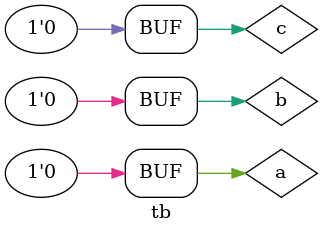
<source format=v>
`timescale 1ns / 1ps


module tb();
reg a,b,c;
wire sum,carry;
fa_ha dut(.a(a),.b(b),.c(c),.sum(sum),.carry(carry));
initial begin 
{a,b,c}=000;
#100;
{a,b,c}=001;
#100;
{a,b,c}=010;
#100;
{a,b,c}=011;
#100;
{a,b,c}=100;
#100;
{a,b,c}=101;
#100;
{a,b,c}=110;
#100;
{a,b,c}=111;
#100;
{a,b,c}=000;
#100;
end
endmodule

</source>
